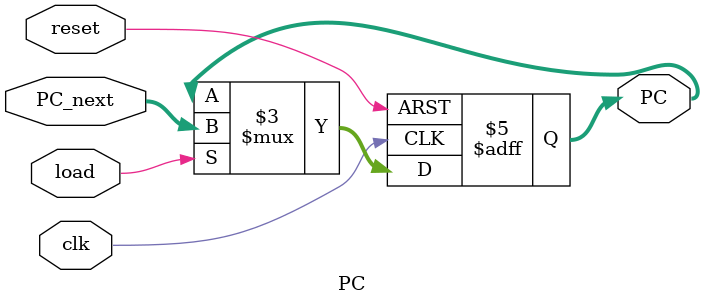
<source format=v>
`timescale 1ns / 1ps


module PC (
    input wire clk,
    input wire reset,         // asynchronous, active high
    input wire load,          // enable writing to PC
    input wire [31:0] PC_next,
    output reg [31:0] PC
);
always @(posedge clk or negedge reset) begin
    if (~reset)
        PC <= 32'b0;          // reset PC to 0
    else if (load)
        PC <= PC_next;        // update PC only when load is high
end
endmodule 

</source>
